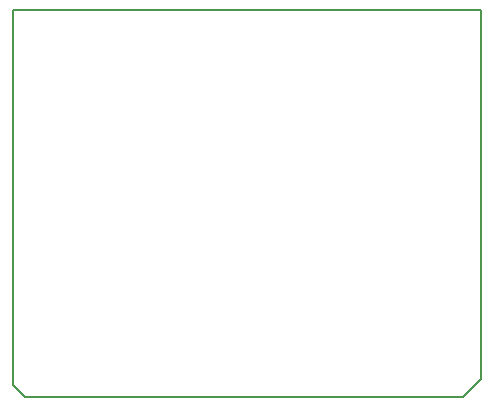
<source format=gbr>
G04 #@! TF.GenerationSoftware,KiCad,Pcbnew,(2017-06-12 revision 8590a2299)-makepkg*
G04 #@! TF.CreationDate,2017-07-02T14:06:08+02:00*
G04 #@! TF.ProjectId,sensor board,73656E736F7220626F6172642E6B6963,rev?*
G04 #@! TF.FileFunction,Profile,NP*
%FSLAX46Y46*%
G04 Gerber Fmt 4.6, Leading zero omitted, Abs format (unit mm)*
G04 Created by KiCad (PCBNEW (2017-06-12 revision 8590a2299)-makepkg) date 07/02/17 14:06:08*
%MOMM*%
%LPD*%
G01*
G04 APERTURE LIST*
%ADD10C,0.100000*%
%ADD11C,0.150000*%
G04 APERTURE END LIST*
D10*
D11*
X254000Y33020000D02*
X254000Y33020000D01*
X0Y33020000D02*
X254000Y33020000D01*
X0Y1270000D02*
X0Y33020000D01*
X1016000Y254000D02*
X0Y1270000D01*
X38100000Y254000D02*
X1016000Y254000D01*
X39624000Y1778000D02*
X38100000Y254000D01*
X39624000Y33020000D02*
X39624000Y1778000D01*
X254000Y33020000D02*
X39624000Y33020000D01*
M02*

</source>
